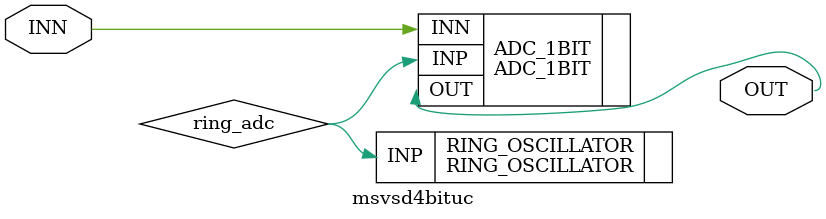
<source format=v>
module msvsd4bituc(
    input INN,
    output OUT
);

wire ring_adc;

RING_OSCILLATOR RING_OSCILLATOR (
    .INP(ring_adc)
);

ADC_1BIT ADC_1BIT (
    .OUT(OUT),
    .INN(INN),
    .INP(ring_adc)
);

endmodule

</source>
